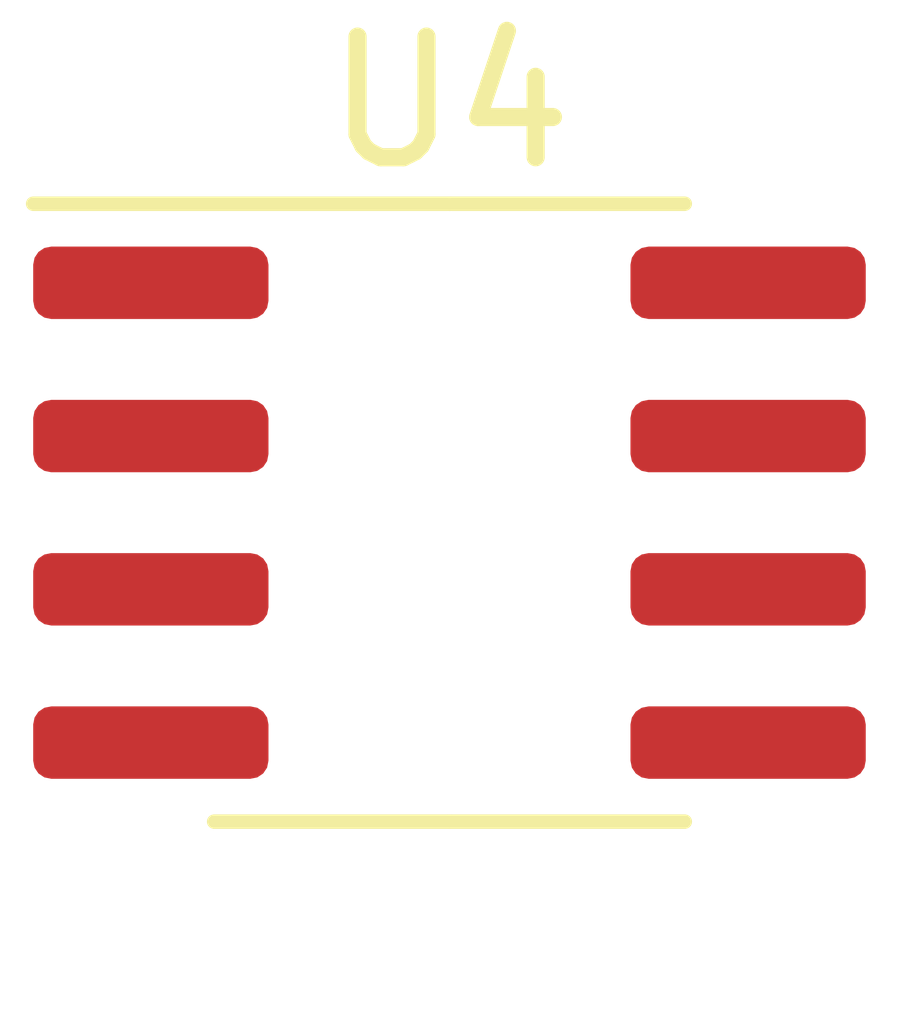
<source format=kicad_pcb>
(kicad_pcb (version 20211014) (generator pcbnew)
  (layers (0 "F.Cu" signal) (31 "B.Cu" signal) (34 "B.Paste" user) (35 "F.Paste" user) (36 "B.SilkS" user "B.Silkscreen") (37 "F.SilkS" user "F.Silkscreen") (38 "B.Mask" user) (39 "F.Mask" user) (44 "Edge.Cuts" user))
  (net 0 "")
  (footprint "Package_SO:SOIC-8_3.9x4.9mm_P1.27mm" (layer "F.Cu") (at 141.01 88.8)
    (fp_text reference "U4" (at 0 -3.4) (layer "F.SilkS"))
    (fp_text value "LT6237")
    (fp_line (start 0 -2.56) (end -3.45 -2.56) (layer "F.SilkS") (width 0.12))
    (fp_line (start 0 2.56) (end 1.95 2.56) (layer "F.SilkS") (width 0.12))
    (fp_line (start 0 -2.56) (end 1.95 -2.56) (layer "F.SilkS") (width 0.12))
    (fp_line (start 0 2.56) (end -1.95 2.56) (layer "F.SilkS") (width 0.12))
    (pad "1" smd roundrect (at -2.475 -1.905) (size 1.95 0.6) (layers "F.Cu" "F.Paste" "F.Mask"))
    (pad "2" smd roundrect (at -2.475 -0.635) (size 1.95 0.6) (layers "F.Cu" "F.Paste" "F.Mask"))
    (pad "3" smd roundrect (at -2.475 0.635) (size 1.95 0.6) (layers "F.Cu" "F.Paste" "F.Mask"))
    (pad "4" smd roundrect (at -2.475 1.905) (size 1.95 0.6) (layers "F.Cu" "F.Paste" "F.Mask"))
    (pad "5" smd roundrect (at 2.475 1.905) (size 1.95 0.6) (layers "F.Cu" "F.Paste" "F.Mask"))
    (pad "6" smd roundrect (at 2.475 0.635) (size 1.95 0.6) (layers "F.Cu" "F.Paste" "F.Mask"))
    (pad "7" smd roundrect (at 2.475 -0.635) (size 1.95 0.6) (layers "F.Cu" "F.Paste" "F.Mask"))
    (pad "8" smd roundrect (at 2.475 -1.905) (size 1.95 0.6) (layers "F.Cu" "F.Paste" "F.Mask"))
  )
)
</source>
